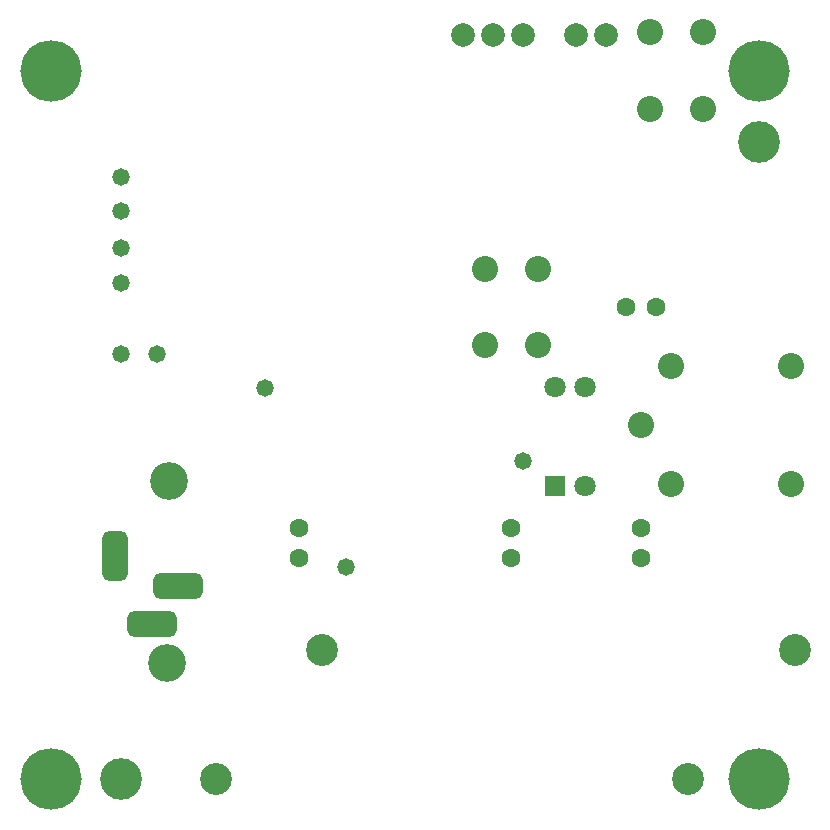
<source format=gbs>
G04 Layer_Color=16711935*
%FSLAX25Y25*%
%MOIN*%
G70*
G01*
G75*
%ADD52C,0.12611*%
%ADD54C,0.20485*%
%ADD55C,0.08674*%
G04:AMPARAMS|DCode=56|XSize=165.48mil|YSize=86.74mil|CornerRadius=23.68mil|HoleSize=0mil|Usage=FLASHONLY|Rotation=0.000|XOffset=0mil|YOffset=0mil|HoleType=Round|Shape=RoundedRectangle|*
%AMROUNDEDRECTD56*
21,1,0.16548,0.03937,0,0,0.0*
21,1,0.11811,0.08674,0,0,0.0*
1,1,0.04737,0.05905,-0.01968*
1,1,0.04737,-0.05905,-0.01968*
1,1,0.04737,-0.05905,0.01968*
1,1,0.04737,0.05905,0.01968*
%
%ADD56ROUNDEDRECTD56*%
G04:AMPARAMS|DCode=57|XSize=165.48mil|YSize=86.74mil|CornerRadius=23.68mil|HoleSize=0mil|Usage=FLASHONLY|Rotation=90.000|XOffset=0mil|YOffset=0mil|HoleType=Round|Shape=RoundedRectangle|*
%AMROUNDEDRECTD57*
21,1,0.16548,0.03937,0,0,90.0*
21,1,0.11811,0.08674,0,0,90.0*
1,1,0.04737,0.01968,0.05905*
1,1,0.04737,0.01968,-0.05905*
1,1,0.04737,-0.01968,-0.05905*
1,1,0.04737,-0.01968,0.05905*
%
%ADD57ROUNDEDRECTD57*%
%ADD58C,0.06312*%
%ADD59C,0.10642*%
%ADD60C,0.07887*%
%ADD61C,0.07099*%
%ADD62R,0.07099X0.07099*%
%ADD63C,0.13874*%
%ADD64C,0.05800*%
D52*
X-79240Y-79185D02*
D03*
X-78740Y-18685D02*
D03*
D54*
X118110Y-118110D02*
D03*
X-118110D02*
D03*
Y118110D02*
D03*
X118110D02*
D03*
D55*
X26575Y26575D02*
D03*
Y52165D02*
D03*
X44291Y26575D02*
D03*
Y52165D02*
D03*
X128740Y-19685D02*
D03*
Y19685D02*
D03*
X88583Y-19685D02*
D03*
Y19685D02*
D03*
X78740Y0D02*
D03*
X81693Y105315D02*
D03*
Y130905D02*
D03*
X99410Y105315D02*
D03*
Y130905D02*
D03*
D56*
X-84240Y-66185D02*
D03*
X-75740Y-53685D02*
D03*
D57*
X-96457Y-43685D02*
D03*
D58*
X73740Y39370D02*
D03*
X83740D02*
D03*
X35433Y-44370D02*
D03*
Y-34370D02*
D03*
X78740D02*
D03*
Y-44370D02*
D03*
X-35433D02*
D03*
Y-34370D02*
D03*
D59*
X94488Y-118110D02*
D03*
X-62992D02*
D03*
X129921Y-74803D02*
D03*
X-27559D02*
D03*
D60*
X56929Y129921D02*
D03*
X66929D02*
D03*
X19370D02*
D03*
X29370D02*
D03*
X39370D02*
D03*
D61*
X60118Y12563D02*
D03*
X50118D02*
D03*
X60118Y-20437D02*
D03*
D62*
X50118D02*
D03*
D63*
X118110Y94488D02*
D03*
X-94488Y-118110D02*
D03*
D64*
X-82677Y23622D02*
D03*
X-94488D02*
D03*
X-46654Y12402D02*
D03*
X-19685Y-47244D02*
D03*
X-94488Y82677D02*
D03*
Y71339D02*
D03*
Y59055D02*
D03*
Y47244D02*
D03*
X39370Y-11811D02*
D03*
M02*

</source>
